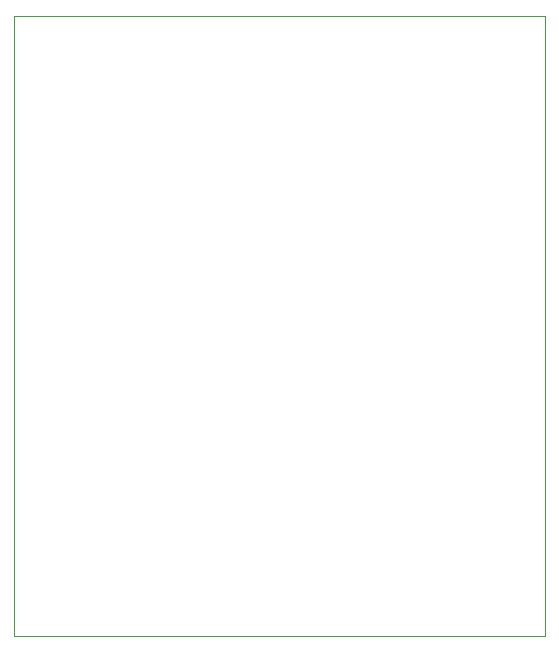
<source format=gbr>
%TF.GenerationSoftware,KiCad,Pcbnew,8.0.5*%
%TF.CreationDate,2024-10-25T00:02:52-07:00*%
%TF.ProjectId,Vanguard_new,56616e67-7561-4726-945f-6e65772e6b69,rev?*%
%TF.SameCoordinates,Original*%
%TF.FileFunction,Profile,NP*%
%FSLAX46Y46*%
G04 Gerber Fmt 4.6, Leading zero omitted, Abs format (unit mm)*
G04 Created by KiCad (PCBNEW 8.0.5) date 2024-10-25 00:02:52*
%MOMM*%
%LPD*%
G01*
G04 APERTURE LIST*
%TA.AperFunction,Profile*%
%ADD10C,0.050000*%
%TD*%
G04 APERTURE END LIST*
D10*
X335750000Y20000000D02*
X380750000Y20000000D01*
X380750000Y-32500000D01*
X335750000Y-32500000D01*
X335750000Y20000000D01*
M02*

</source>
